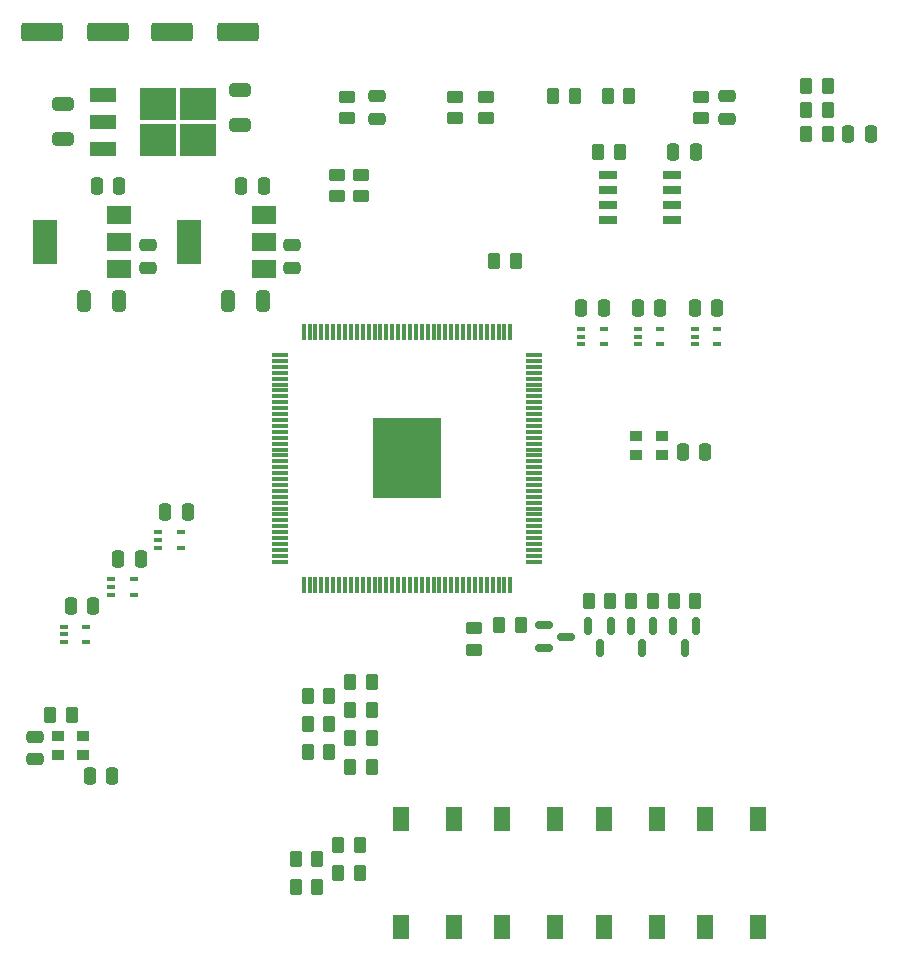
<source format=gtp>
%TF.GenerationSoftware,KiCad,Pcbnew,(6.0.5)*%
%TF.CreationDate,2025-04-13T13:17:39+02:00*%
%TF.ProjectId,LandShark,4c616e64-5368-4617-926b-2e6b69636164,rev?*%
%TF.SameCoordinates,Original*%
%TF.FileFunction,Paste,Top*%
%TF.FilePolarity,Positive*%
%FSLAX46Y46*%
G04 Gerber Fmt 4.6, Leading zero omitted, Abs format (unit mm)*
G04 Created by KiCad (PCBNEW (6.0.5)) date 2025-04-13 13:17:39*
%MOMM*%
%LPD*%
G01*
G04 APERTURE LIST*
G04 Aperture macros list*
%AMRoundRect*
0 Rectangle with rounded corners*
0 $1 Rounding radius*
0 $2 $3 $4 $5 $6 $7 $8 $9 X,Y pos of 4 corners*
0 Add a 4 corners polygon primitive as box body*
4,1,4,$2,$3,$4,$5,$6,$7,$8,$9,$2,$3,0*
0 Add four circle primitives for the rounded corners*
1,1,$1+$1,$2,$3*
1,1,$1+$1,$4,$5*
1,1,$1+$1,$6,$7*
1,1,$1+$1,$8,$9*
0 Add four rect primitives between the rounded corners*
20,1,$1+$1,$2,$3,$4,$5,0*
20,1,$1+$1,$4,$5,$6,$7,0*
20,1,$1+$1,$6,$7,$8,$9,0*
20,1,$1+$1,$8,$9,$2,$3,0*%
G04 Aperture macros list end*
%ADD10RoundRect,0.250000X0.250000X0.475000X-0.250000X0.475000X-0.250000X-0.475000X0.250000X-0.475000X0*%
%ADD11RoundRect,0.250000X-0.325000X-0.650000X0.325000X-0.650000X0.325000X0.650000X-0.325000X0.650000X0*%
%ADD12RoundRect,0.250000X0.650000X-0.325000X0.650000X0.325000X-0.650000X0.325000X-0.650000X-0.325000X0*%
%ADD13RoundRect,0.250000X-0.450000X0.262500X-0.450000X-0.262500X0.450000X-0.262500X0.450000X0.262500X0*%
%ADD14RoundRect,0.250000X-0.262500X-0.450000X0.262500X-0.450000X0.262500X0.450000X-0.262500X0.450000X0*%
%ADD15RoundRect,0.250000X-0.250000X-0.475000X0.250000X-0.475000X0.250000X0.475000X-0.250000X0.475000X0*%
%ADD16RoundRect,0.150000X-0.150000X0.587500X-0.150000X-0.587500X0.150000X-0.587500X0.150000X0.587500X0*%
%ADD17R,1.400000X2.100000*%
%ADD18R,0.650000X0.400000*%
%ADD19RoundRect,0.250000X0.262500X0.450000X-0.262500X0.450000X-0.262500X-0.450000X0.262500X-0.450000X0*%
%ADD20R,1.000000X0.900000*%
%ADD21RoundRect,0.250000X0.450000X-0.262500X0.450000X0.262500X-0.450000X0.262500X-0.450000X-0.262500X0*%
%ADD22R,0.300000X1.475000*%
%ADD23R,1.475000X0.300000*%
%ADD24R,5.765000X6.760000*%
%ADD25RoundRect,0.250000X-0.650000X0.325000X-0.650000X-0.325000X0.650000X-0.325000X0.650000X0.325000X0*%
%ADD26R,3.050000X2.750000*%
%ADD27R,2.200000X1.200000*%
%ADD28RoundRect,0.250000X-0.475000X0.250000X-0.475000X-0.250000X0.475000X-0.250000X0.475000X0.250000X0*%
%ADD29RoundRect,0.250000X1.500000X0.550000X-1.500000X0.550000X-1.500000X-0.550000X1.500000X-0.550000X0*%
%ADD30RoundRect,0.250000X-1.500000X-0.550000X1.500000X-0.550000X1.500000X0.550000X-1.500000X0.550000X0*%
%ADD31RoundRect,0.150000X-0.587500X-0.150000X0.587500X-0.150000X0.587500X0.150000X-0.587500X0.150000X0*%
%ADD32R,2.000000X1.500000*%
%ADD33R,2.000000X3.800000*%
%ADD34R,1.500000X0.650000*%
G04 APERTURE END LIST*
D10*
%TO.C,C15*%
X111950000Y-109000000D03*
X110050000Y-109000000D03*
%TD*%
D11*
%TO.C,C8*%
X107125000Y-87200000D03*
X110075000Y-87200000D03*
%TD*%
D12*
%TO.C,C4*%
X105400000Y-73475000D03*
X105400000Y-70525000D03*
%TD*%
D13*
%TO.C,R13*%
X130600000Y-76487500D03*
X130600000Y-78312500D03*
%TD*%
D14*
%TO.C,R32*%
X168287500Y-69000000D03*
X170112500Y-69000000D03*
%TD*%
%TO.C,R24*%
X153487500Y-112600000D03*
X155312500Y-112600000D03*
%TD*%
D15*
%TO.C,C40*%
X157850000Y-100000000D03*
X159750000Y-100000000D03*
%TD*%
%TO.C,C44*%
X107650000Y-127400000D03*
X109550000Y-127400000D03*
%TD*%
D16*
%TO.C,Q1*%
X158950000Y-114662500D03*
X157050000Y-114662500D03*
X158000000Y-116537500D03*
%TD*%
D17*
%TO.C,S4*%
X164250000Y-131050000D03*
X164250000Y-140150000D03*
X159750000Y-131050000D03*
X159750000Y-140150000D03*
%TD*%
D18*
%TO.C,U10*%
X158850000Y-89550000D03*
X158850000Y-90200000D03*
X158850000Y-90850000D03*
X160750000Y-90850000D03*
X160750000Y-89550000D03*
%TD*%
D19*
%TO.C,R30*%
X170112500Y-73000000D03*
X168287500Y-73000000D03*
%TD*%
D10*
%TO.C,C14*%
X107950000Y-113000000D03*
X106050000Y-113000000D03*
%TD*%
D14*
%TO.C,R4*%
X128687500Y-135600000D03*
X130512500Y-135600000D03*
%TD*%
%TO.C,R25*%
X149887500Y-112600000D03*
X151712500Y-112600000D03*
%TD*%
D10*
%TO.C,C6*%
X122350000Y-77400000D03*
X120450000Y-77400000D03*
%TD*%
D20*
%TO.C,X1*%
X156075000Y-98625000D03*
X153925000Y-98625000D03*
X153925000Y-100175000D03*
X156075000Y-100175000D03*
%TD*%
D18*
%TO.C,U7*%
X113450000Y-106750000D03*
X113450000Y-107400000D03*
X113450000Y-108050000D03*
X115350000Y-108050000D03*
X115350000Y-106750000D03*
%TD*%
D17*
%TO.C,S3*%
X155650000Y-131050000D03*
X155650000Y-140150000D03*
X151150000Y-131050000D03*
X151150000Y-140150000D03*
%TD*%
D18*
%TO.C,U5*%
X105450000Y-114750000D03*
X105450000Y-115400000D03*
X105450000Y-116050000D03*
X107350000Y-116050000D03*
X107350000Y-114750000D03*
%TD*%
D17*
%TO.C,S1*%
X138450000Y-131050000D03*
X138450000Y-140150000D03*
X133950000Y-131050000D03*
X133950000Y-140150000D03*
%TD*%
D15*
%TO.C,C13*%
X157050000Y-74600000D03*
X158950000Y-74600000D03*
%TD*%
D14*
%TO.C,R19*%
X129687500Y-126600000D03*
X131512500Y-126600000D03*
%TD*%
D21*
%TO.C,R12*%
X129400000Y-71712500D03*
X129400000Y-69887500D03*
%TD*%
D16*
%TO.C,Q3*%
X151750000Y-114662500D03*
X149850000Y-114662500D03*
X150800000Y-116537500D03*
%TD*%
D14*
%TO.C,R22*%
X129687500Y-124200000D03*
X131512500Y-124200000D03*
%TD*%
D17*
%TO.C,S2*%
X147050000Y-131050000D03*
X147050000Y-140150000D03*
X142550000Y-131050000D03*
X142550000Y-140150000D03*
%TD*%
D13*
%TO.C,R11*%
X138600000Y-69887500D03*
X138600000Y-71712500D03*
%TD*%
D10*
%TO.C,C18*%
X155950000Y-87800000D03*
X154050000Y-87800000D03*
%TD*%
D14*
%TO.C,R5*%
X125087500Y-136800000D03*
X126912500Y-136800000D03*
%TD*%
%TO.C,R9*%
X146887500Y-69800000D03*
X148712500Y-69800000D03*
%TD*%
%TO.C,R21*%
X129687500Y-121800000D03*
X131512500Y-121800000D03*
%TD*%
%TO.C,R28*%
X168287500Y-71000000D03*
X170112500Y-71000000D03*
%TD*%
%TO.C,R3*%
X125087500Y-134400000D03*
X126912500Y-134400000D03*
%TD*%
D22*
%TO.C,IC1*%
X143250000Y-89762000D03*
X142750000Y-89762000D03*
X142250000Y-89762000D03*
X141750000Y-89762000D03*
X141250000Y-89762000D03*
X140750000Y-89762000D03*
X140250000Y-89762000D03*
X139750000Y-89762000D03*
X139250000Y-89762000D03*
X138750000Y-89762000D03*
X138250000Y-89762000D03*
X137750000Y-89762000D03*
X137250000Y-89762000D03*
X136750000Y-89762000D03*
X136250000Y-89762000D03*
X135750000Y-89762000D03*
X135250000Y-89762000D03*
X134750000Y-89762000D03*
X134250000Y-89762000D03*
X133750000Y-89762000D03*
X133250000Y-89762000D03*
X132750000Y-89762000D03*
X132250000Y-89762000D03*
X131750000Y-89762000D03*
X131250000Y-89762000D03*
X130750000Y-89762000D03*
X130250000Y-89762000D03*
X129750000Y-89762000D03*
X129250000Y-89762000D03*
X128750000Y-89762000D03*
X128250000Y-89762000D03*
X127750000Y-89762000D03*
X127250000Y-89762000D03*
X126750000Y-89762000D03*
X126250000Y-89762000D03*
X125750000Y-89762000D03*
D23*
X123762000Y-91750000D03*
X123762000Y-92250000D03*
X123762000Y-92750000D03*
X123762000Y-93250000D03*
X123762000Y-93750000D03*
X123762000Y-94250000D03*
X123762000Y-94750000D03*
X123762000Y-95250000D03*
X123762000Y-95750000D03*
X123762000Y-96250000D03*
X123762000Y-96750000D03*
X123762000Y-97250000D03*
X123762000Y-97750000D03*
X123762000Y-98250000D03*
X123762000Y-98750000D03*
X123762000Y-99250000D03*
X123762000Y-99750000D03*
X123762000Y-100250000D03*
X123762000Y-100750000D03*
X123762000Y-101250000D03*
X123762000Y-101750000D03*
X123762000Y-102250000D03*
X123762000Y-102750000D03*
X123762000Y-103250000D03*
X123762000Y-103750000D03*
X123762000Y-104250000D03*
X123762000Y-104750000D03*
X123762000Y-105250000D03*
X123762000Y-105750000D03*
X123762000Y-106250000D03*
X123762000Y-106750000D03*
X123762000Y-107250000D03*
X123762000Y-107750000D03*
X123762000Y-108250000D03*
X123762000Y-108750000D03*
X123762000Y-109250000D03*
D22*
X125750000Y-111238000D03*
X126250000Y-111238000D03*
X126750000Y-111238000D03*
X127250000Y-111238000D03*
X127750000Y-111238000D03*
X128250000Y-111238000D03*
X128750000Y-111238000D03*
X129250000Y-111238000D03*
X129750000Y-111238000D03*
X130250000Y-111238000D03*
X130750000Y-111238000D03*
X131250000Y-111238000D03*
X131750000Y-111238000D03*
X132250000Y-111238000D03*
X132750000Y-111238000D03*
X133250000Y-111238000D03*
X133750000Y-111238000D03*
X134250000Y-111238000D03*
X134750000Y-111238000D03*
X135250000Y-111238000D03*
X135750000Y-111238000D03*
X136250000Y-111238000D03*
X136750000Y-111238000D03*
X137250000Y-111238000D03*
X137750000Y-111238000D03*
X138250000Y-111238000D03*
X138750000Y-111238000D03*
X139250000Y-111238000D03*
X139750000Y-111238000D03*
X140250000Y-111238000D03*
X140750000Y-111238000D03*
X141250000Y-111238000D03*
X141750000Y-111238000D03*
X142250000Y-111238000D03*
X142750000Y-111238000D03*
X143250000Y-111238000D03*
D23*
X145238000Y-109250000D03*
X145238000Y-108750000D03*
X145238000Y-108250000D03*
X145238000Y-107750000D03*
X145238000Y-107250000D03*
X145238000Y-106750000D03*
X145238000Y-106250000D03*
X145238000Y-105750000D03*
X145238000Y-105250000D03*
X145238000Y-104750000D03*
X145238000Y-104250000D03*
X145238000Y-103750000D03*
X145238000Y-103250000D03*
X145238000Y-102750000D03*
X145238000Y-102250000D03*
X145238000Y-101750000D03*
X145238000Y-101250000D03*
X145238000Y-100750000D03*
X145238000Y-100250000D03*
X145238000Y-99750000D03*
X145238000Y-99250000D03*
X145238000Y-98750000D03*
X145238000Y-98250000D03*
X145238000Y-97750000D03*
X145238000Y-97250000D03*
X145238000Y-96750000D03*
X145238000Y-96250000D03*
X145238000Y-95750000D03*
X145238000Y-95250000D03*
X145238000Y-94750000D03*
X145238000Y-94250000D03*
X145238000Y-93750000D03*
X145238000Y-93250000D03*
X145238000Y-92750000D03*
X145238000Y-92250000D03*
X145238000Y-91750000D03*
D24*
X134500000Y-100500000D03*
%TD*%
D21*
%TO.C,R8*%
X159400000Y-71712500D03*
X159400000Y-69887500D03*
%TD*%
D25*
%TO.C,C10*%
X120400000Y-69325000D03*
X120400000Y-72275000D03*
%TD*%
D26*
%TO.C,U1*%
X113425000Y-70475000D03*
X116775000Y-73525000D03*
X113425000Y-73525000D03*
X116775000Y-70475000D03*
D27*
X108800000Y-69720000D03*
X108800000Y-72000000D03*
X108800000Y-74280000D03*
%TD*%
D19*
%TO.C,R33*%
X106112500Y-122200000D03*
X104287500Y-122200000D03*
%TD*%
D18*
%TO.C,U9*%
X154050000Y-89550000D03*
X154050000Y-90200000D03*
X154050000Y-90850000D03*
X155950000Y-90850000D03*
X155950000Y-89550000D03*
%TD*%
D13*
%TO.C,R10*%
X141200000Y-69887500D03*
X141200000Y-71712500D03*
%TD*%
D28*
%TO.C,C1*%
X161600000Y-69850000D03*
X161600000Y-71750000D03*
%TD*%
D29*
%TO.C,C7*%
X120200000Y-64400000D03*
X114600000Y-64400000D03*
%TD*%
D18*
%TO.C,U6*%
X109450000Y-110750000D03*
X109450000Y-111400000D03*
X109450000Y-112050000D03*
X111350000Y-112050000D03*
X111350000Y-110750000D03*
%TD*%
D28*
%TO.C,C41*%
X103000000Y-124050000D03*
X103000000Y-125950000D03*
%TD*%
D14*
%TO.C,R2*%
X128687500Y-133200000D03*
X130512500Y-133200000D03*
%TD*%
%TO.C,R18*%
X126087500Y-125400000D03*
X127912500Y-125400000D03*
%TD*%
%TO.C,R26*%
X142287500Y-114600000D03*
X144112500Y-114600000D03*
%TD*%
%TO.C,R23*%
X157087500Y-112600000D03*
X158912500Y-112600000D03*
%TD*%
D30*
%TO.C,C3*%
X103600000Y-64400000D03*
X109200000Y-64400000D03*
%TD*%
D14*
%TO.C,R1*%
X150687500Y-74600000D03*
X152512500Y-74600000D03*
%TD*%
D10*
%TO.C,C5*%
X110150000Y-77400000D03*
X108250000Y-77400000D03*
%TD*%
D14*
%TO.C,R20*%
X129687500Y-119400000D03*
X131512500Y-119400000D03*
%TD*%
D31*
%TO.C,Q4*%
X146062500Y-114650000D03*
X146062500Y-116550000D03*
X147937500Y-115600000D03*
%TD*%
D10*
%TO.C,C17*%
X151150000Y-87800000D03*
X149250000Y-87800000D03*
%TD*%
%TO.C,C19*%
X160750000Y-87800000D03*
X158850000Y-87800000D03*
%TD*%
D19*
%TO.C,R7*%
X153312500Y-69800000D03*
X151487500Y-69800000D03*
%TD*%
D28*
%TO.C,C12*%
X124800000Y-82450000D03*
X124800000Y-84350000D03*
%TD*%
%TO.C,C11*%
X112600000Y-82450000D03*
X112600000Y-84350000D03*
%TD*%
D14*
%TO.C,R16*%
X126087500Y-120600000D03*
X127912500Y-120600000D03*
%TD*%
D20*
%TO.C,X2*%
X104925000Y-125575000D03*
X107075000Y-125575000D03*
X107075000Y-124025000D03*
X104925000Y-124025000D03*
%TD*%
D32*
%TO.C,U3*%
X122350000Y-84500000D03*
X122350000Y-82200000D03*
D33*
X116050000Y-82200000D03*
D32*
X122350000Y-79900000D03*
%TD*%
D16*
%TO.C,Q2*%
X155350000Y-114662500D03*
X153450000Y-114662500D03*
X154400000Y-116537500D03*
%TD*%
D11*
%TO.C,C9*%
X119325000Y-87200000D03*
X122275000Y-87200000D03*
%TD*%
D15*
%TO.C,C42*%
X171850000Y-73000000D03*
X173750000Y-73000000D03*
%TD*%
D14*
%TO.C,R17*%
X126087500Y-123000000D03*
X127912500Y-123000000D03*
%TD*%
D18*
%TO.C,U8*%
X149250000Y-89550000D03*
X149250000Y-90200000D03*
X149250000Y-90850000D03*
X151150000Y-90850000D03*
X151150000Y-89550000D03*
%TD*%
D13*
%TO.C,R15*%
X140200000Y-114887500D03*
X140200000Y-116712500D03*
%TD*%
D34*
%TO.C,IC2*%
X151500000Y-76495000D03*
X151500000Y-77765000D03*
X151500000Y-79035000D03*
X151500000Y-80305000D03*
X156900000Y-80305000D03*
X156900000Y-79035000D03*
X156900000Y-77765000D03*
X156900000Y-76495000D03*
%TD*%
D32*
%TO.C,U2*%
X110150000Y-84500000D03*
X110150000Y-82200000D03*
D33*
X103850000Y-82200000D03*
D32*
X110150000Y-79900000D03*
%TD*%
D10*
%TO.C,C16*%
X115950000Y-105000000D03*
X114050000Y-105000000D03*
%TD*%
D13*
%TO.C,R14*%
X128600000Y-76487500D03*
X128600000Y-78312500D03*
%TD*%
D19*
%TO.C,R6*%
X143712500Y-83800000D03*
X141887500Y-83800000D03*
%TD*%
D28*
%TO.C,C2*%
X132000000Y-69850000D03*
X132000000Y-71750000D03*
%TD*%
M02*

</source>
